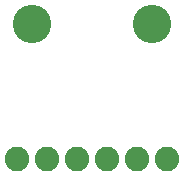
<source format=gbr>
G04 EAGLE Gerber RS-274X export*
G75*
%MOMM*%
%FSLAX34Y34*%
%LPD*%
%INSoldermask Bottom*%
%IPPOS*%
%AMOC8*
5,1,8,0,0,1.08239X$1,22.5*%
G01*
%ADD10C,2.082800*%
%ADD11C,3.251200*%


D10*
X12700Y12700D03*
X38100Y12700D03*
X63500Y12700D03*
X88900Y12700D03*
X114300Y12700D03*
X139700Y12700D03*
D11*
X25400Y127000D03*
X127000Y127000D03*
M02*

</source>
